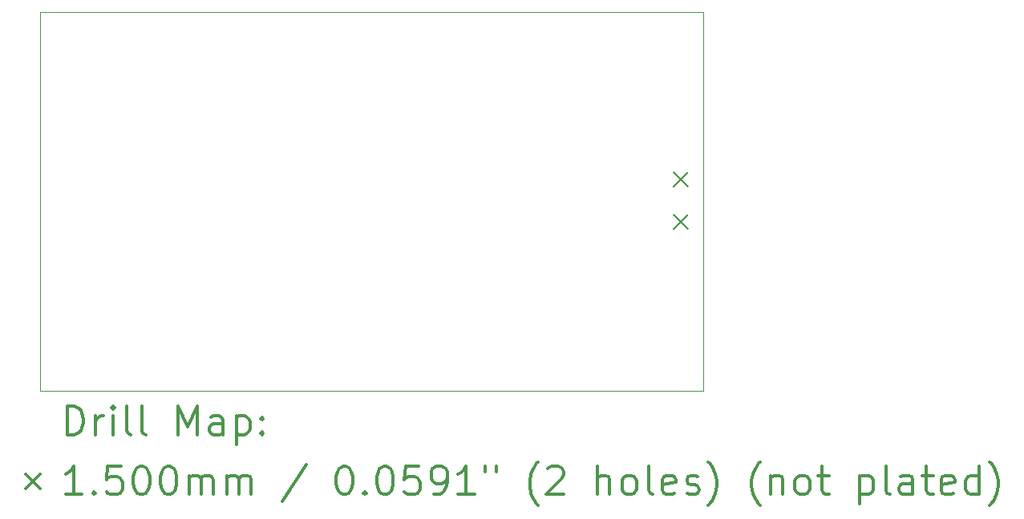
<source format=gbr>
%FSLAX45Y45*%
G04 Gerber Fmt 4.5, Leading zero omitted, Abs format (unit mm)*
G04 Created by KiCad (PCBNEW 5.1.10-88a1d61d58~88~ubuntu20.04.1) date 2021-05-09 22:43:31*
%MOMM*%
%LPD*%
G01*
G04 APERTURE LIST*
%TA.AperFunction,Profile*%
%ADD10C,0.050000*%
%TD*%
%ADD11C,0.200000*%
%ADD12C,0.300000*%
G04 APERTURE END LIST*
D10*
X18000000Y-8000000D02*
X11000000Y-8000000D01*
X18000000Y-12000000D02*
X18000000Y-8000000D01*
X11000000Y-12000000D02*
X18000000Y-12000000D01*
X11000000Y-8000000D02*
X11000000Y-12000000D01*
D11*
X17688000Y-9691000D02*
X17838000Y-9841000D01*
X17838000Y-9691000D02*
X17688000Y-9841000D01*
X17688000Y-10141000D02*
X17838000Y-10291000D01*
X17838000Y-10141000D02*
X17688000Y-10291000D01*
D12*
X11283928Y-12468214D02*
X11283928Y-12168214D01*
X11355357Y-12168214D01*
X11398214Y-12182500D01*
X11426786Y-12211071D01*
X11441071Y-12239643D01*
X11455357Y-12296786D01*
X11455357Y-12339643D01*
X11441071Y-12396786D01*
X11426786Y-12425357D01*
X11398214Y-12453929D01*
X11355357Y-12468214D01*
X11283928Y-12468214D01*
X11583928Y-12468214D02*
X11583928Y-12268214D01*
X11583928Y-12325357D02*
X11598214Y-12296786D01*
X11612500Y-12282500D01*
X11641071Y-12268214D01*
X11669643Y-12268214D01*
X11769643Y-12468214D02*
X11769643Y-12268214D01*
X11769643Y-12168214D02*
X11755357Y-12182500D01*
X11769643Y-12196786D01*
X11783928Y-12182500D01*
X11769643Y-12168214D01*
X11769643Y-12196786D01*
X11955357Y-12468214D02*
X11926786Y-12453929D01*
X11912500Y-12425357D01*
X11912500Y-12168214D01*
X12112500Y-12468214D02*
X12083928Y-12453929D01*
X12069643Y-12425357D01*
X12069643Y-12168214D01*
X12455357Y-12468214D02*
X12455357Y-12168214D01*
X12555357Y-12382500D01*
X12655357Y-12168214D01*
X12655357Y-12468214D01*
X12926786Y-12468214D02*
X12926786Y-12311071D01*
X12912500Y-12282500D01*
X12883928Y-12268214D01*
X12826786Y-12268214D01*
X12798214Y-12282500D01*
X12926786Y-12453929D02*
X12898214Y-12468214D01*
X12826786Y-12468214D01*
X12798214Y-12453929D01*
X12783928Y-12425357D01*
X12783928Y-12396786D01*
X12798214Y-12368214D01*
X12826786Y-12353929D01*
X12898214Y-12353929D01*
X12926786Y-12339643D01*
X13069643Y-12268214D02*
X13069643Y-12568214D01*
X13069643Y-12282500D02*
X13098214Y-12268214D01*
X13155357Y-12268214D01*
X13183928Y-12282500D01*
X13198214Y-12296786D01*
X13212500Y-12325357D01*
X13212500Y-12411071D01*
X13198214Y-12439643D01*
X13183928Y-12453929D01*
X13155357Y-12468214D01*
X13098214Y-12468214D01*
X13069643Y-12453929D01*
X13341071Y-12439643D02*
X13355357Y-12453929D01*
X13341071Y-12468214D01*
X13326786Y-12453929D01*
X13341071Y-12439643D01*
X13341071Y-12468214D01*
X13341071Y-12282500D02*
X13355357Y-12296786D01*
X13341071Y-12311071D01*
X13326786Y-12296786D01*
X13341071Y-12282500D01*
X13341071Y-12311071D01*
X10847500Y-12887500D02*
X10997500Y-13037500D01*
X10997500Y-12887500D02*
X10847500Y-13037500D01*
X11441071Y-13098214D02*
X11269643Y-13098214D01*
X11355357Y-13098214D02*
X11355357Y-12798214D01*
X11326786Y-12841071D01*
X11298214Y-12869643D01*
X11269643Y-12883929D01*
X11569643Y-13069643D02*
X11583928Y-13083929D01*
X11569643Y-13098214D01*
X11555357Y-13083929D01*
X11569643Y-13069643D01*
X11569643Y-13098214D01*
X11855357Y-12798214D02*
X11712500Y-12798214D01*
X11698214Y-12941071D01*
X11712500Y-12926786D01*
X11741071Y-12912500D01*
X11812500Y-12912500D01*
X11841071Y-12926786D01*
X11855357Y-12941071D01*
X11869643Y-12969643D01*
X11869643Y-13041071D01*
X11855357Y-13069643D01*
X11841071Y-13083929D01*
X11812500Y-13098214D01*
X11741071Y-13098214D01*
X11712500Y-13083929D01*
X11698214Y-13069643D01*
X12055357Y-12798214D02*
X12083928Y-12798214D01*
X12112500Y-12812500D01*
X12126786Y-12826786D01*
X12141071Y-12855357D01*
X12155357Y-12912500D01*
X12155357Y-12983929D01*
X12141071Y-13041071D01*
X12126786Y-13069643D01*
X12112500Y-13083929D01*
X12083928Y-13098214D01*
X12055357Y-13098214D01*
X12026786Y-13083929D01*
X12012500Y-13069643D01*
X11998214Y-13041071D01*
X11983928Y-12983929D01*
X11983928Y-12912500D01*
X11998214Y-12855357D01*
X12012500Y-12826786D01*
X12026786Y-12812500D01*
X12055357Y-12798214D01*
X12341071Y-12798214D02*
X12369643Y-12798214D01*
X12398214Y-12812500D01*
X12412500Y-12826786D01*
X12426786Y-12855357D01*
X12441071Y-12912500D01*
X12441071Y-12983929D01*
X12426786Y-13041071D01*
X12412500Y-13069643D01*
X12398214Y-13083929D01*
X12369643Y-13098214D01*
X12341071Y-13098214D01*
X12312500Y-13083929D01*
X12298214Y-13069643D01*
X12283928Y-13041071D01*
X12269643Y-12983929D01*
X12269643Y-12912500D01*
X12283928Y-12855357D01*
X12298214Y-12826786D01*
X12312500Y-12812500D01*
X12341071Y-12798214D01*
X12569643Y-13098214D02*
X12569643Y-12898214D01*
X12569643Y-12926786D02*
X12583928Y-12912500D01*
X12612500Y-12898214D01*
X12655357Y-12898214D01*
X12683928Y-12912500D01*
X12698214Y-12941071D01*
X12698214Y-13098214D01*
X12698214Y-12941071D02*
X12712500Y-12912500D01*
X12741071Y-12898214D01*
X12783928Y-12898214D01*
X12812500Y-12912500D01*
X12826786Y-12941071D01*
X12826786Y-13098214D01*
X12969643Y-13098214D02*
X12969643Y-12898214D01*
X12969643Y-12926786D02*
X12983928Y-12912500D01*
X13012500Y-12898214D01*
X13055357Y-12898214D01*
X13083928Y-12912500D01*
X13098214Y-12941071D01*
X13098214Y-13098214D01*
X13098214Y-12941071D02*
X13112500Y-12912500D01*
X13141071Y-12898214D01*
X13183928Y-12898214D01*
X13212500Y-12912500D01*
X13226786Y-12941071D01*
X13226786Y-13098214D01*
X13812500Y-12783929D02*
X13555357Y-13169643D01*
X14198214Y-12798214D02*
X14226786Y-12798214D01*
X14255357Y-12812500D01*
X14269643Y-12826786D01*
X14283928Y-12855357D01*
X14298214Y-12912500D01*
X14298214Y-12983929D01*
X14283928Y-13041071D01*
X14269643Y-13069643D01*
X14255357Y-13083929D01*
X14226786Y-13098214D01*
X14198214Y-13098214D01*
X14169643Y-13083929D01*
X14155357Y-13069643D01*
X14141071Y-13041071D01*
X14126786Y-12983929D01*
X14126786Y-12912500D01*
X14141071Y-12855357D01*
X14155357Y-12826786D01*
X14169643Y-12812500D01*
X14198214Y-12798214D01*
X14426786Y-13069643D02*
X14441071Y-13083929D01*
X14426786Y-13098214D01*
X14412500Y-13083929D01*
X14426786Y-13069643D01*
X14426786Y-13098214D01*
X14626786Y-12798214D02*
X14655357Y-12798214D01*
X14683928Y-12812500D01*
X14698214Y-12826786D01*
X14712500Y-12855357D01*
X14726786Y-12912500D01*
X14726786Y-12983929D01*
X14712500Y-13041071D01*
X14698214Y-13069643D01*
X14683928Y-13083929D01*
X14655357Y-13098214D01*
X14626786Y-13098214D01*
X14598214Y-13083929D01*
X14583928Y-13069643D01*
X14569643Y-13041071D01*
X14555357Y-12983929D01*
X14555357Y-12912500D01*
X14569643Y-12855357D01*
X14583928Y-12826786D01*
X14598214Y-12812500D01*
X14626786Y-12798214D01*
X14998214Y-12798214D02*
X14855357Y-12798214D01*
X14841071Y-12941071D01*
X14855357Y-12926786D01*
X14883928Y-12912500D01*
X14955357Y-12912500D01*
X14983928Y-12926786D01*
X14998214Y-12941071D01*
X15012500Y-12969643D01*
X15012500Y-13041071D01*
X14998214Y-13069643D01*
X14983928Y-13083929D01*
X14955357Y-13098214D01*
X14883928Y-13098214D01*
X14855357Y-13083929D01*
X14841071Y-13069643D01*
X15155357Y-13098214D02*
X15212500Y-13098214D01*
X15241071Y-13083929D01*
X15255357Y-13069643D01*
X15283928Y-13026786D01*
X15298214Y-12969643D01*
X15298214Y-12855357D01*
X15283928Y-12826786D01*
X15269643Y-12812500D01*
X15241071Y-12798214D01*
X15183928Y-12798214D01*
X15155357Y-12812500D01*
X15141071Y-12826786D01*
X15126786Y-12855357D01*
X15126786Y-12926786D01*
X15141071Y-12955357D01*
X15155357Y-12969643D01*
X15183928Y-12983929D01*
X15241071Y-12983929D01*
X15269643Y-12969643D01*
X15283928Y-12955357D01*
X15298214Y-12926786D01*
X15583928Y-13098214D02*
X15412500Y-13098214D01*
X15498214Y-13098214D02*
X15498214Y-12798214D01*
X15469643Y-12841071D01*
X15441071Y-12869643D01*
X15412500Y-12883929D01*
X15698214Y-12798214D02*
X15698214Y-12855357D01*
X15812500Y-12798214D02*
X15812500Y-12855357D01*
X16255357Y-13212500D02*
X16241071Y-13198214D01*
X16212500Y-13155357D01*
X16198214Y-13126786D01*
X16183928Y-13083929D01*
X16169643Y-13012500D01*
X16169643Y-12955357D01*
X16183928Y-12883929D01*
X16198214Y-12841071D01*
X16212500Y-12812500D01*
X16241071Y-12769643D01*
X16255357Y-12755357D01*
X16355357Y-12826786D02*
X16369643Y-12812500D01*
X16398214Y-12798214D01*
X16469643Y-12798214D01*
X16498214Y-12812500D01*
X16512500Y-12826786D01*
X16526786Y-12855357D01*
X16526786Y-12883929D01*
X16512500Y-12926786D01*
X16341071Y-13098214D01*
X16526786Y-13098214D01*
X16883928Y-13098214D02*
X16883928Y-12798214D01*
X17012500Y-13098214D02*
X17012500Y-12941071D01*
X16998214Y-12912500D01*
X16969643Y-12898214D01*
X16926786Y-12898214D01*
X16898214Y-12912500D01*
X16883928Y-12926786D01*
X17198214Y-13098214D02*
X17169643Y-13083929D01*
X17155357Y-13069643D01*
X17141071Y-13041071D01*
X17141071Y-12955357D01*
X17155357Y-12926786D01*
X17169643Y-12912500D01*
X17198214Y-12898214D01*
X17241071Y-12898214D01*
X17269643Y-12912500D01*
X17283928Y-12926786D01*
X17298214Y-12955357D01*
X17298214Y-13041071D01*
X17283928Y-13069643D01*
X17269643Y-13083929D01*
X17241071Y-13098214D01*
X17198214Y-13098214D01*
X17469643Y-13098214D02*
X17441071Y-13083929D01*
X17426786Y-13055357D01*
X17426786Y-12798214D01*
X17698214Y-13083929D02*
X17669643Y-13098214D01*
X17612500Y-13098214D01*
X17583928Y-13083929D01*
X17569643Y-13055357D01*
X17569643Y-12941071D01*
X17583928Y-12912500D01*
X17612500Y-12898214D01*
X17669643Y-12898214D01*
X17698214Y-12912500D01*
X17712500Y-12941071D01*
X17712500Y-12969643D01*
X17569643Y-12998214D01*
X17826786Y-13083929D02*
X17855357Y-13098214D01*
X17912500Y-13098214D01*
X17941071Y-13083929D01*
X17955357Y-13055357D01*
X17955357Y-13041071D01*
X17941071Y-13012500D01*
X17912500Y-12998214D01*
X17869643Y-12998214D01*
X17841071Y-12983929D01*
X17826786Y-12955357D01*
X17826786Y-12941071D01*
X17841071Y-12912500D01*
X17869643Y-12898214D01*
X17912500Y-12898214D01*
X17941071Y-12912500D01*
X18055357Y-13212500D02*
X18069643Y-13198214D01*
X18098214Y-13155357D01*
X18112500Y-13126786D01*
X18126786Y-13083929D01*
X18141071Y-13012500D01*
X18141071Y-12955357D01*
X18126786Y-12883929D01*
X18112500Y-12841071D01*
X18098214Y-12812500D01*
X18069643Y-12769643D01*
X18055357Y-12755357D01*
X18598214Y-13212500D02*
X18583928Y-13198214D01*
X18555357Y-13155357D01*
X18541071Y-13126786D01*
X18526786Y-13083929D01*
X18512500Y-13012500D01*
X18512500Y-12955357D01*
X18526786Y-12883929D01*
X18541071Y-12841071D01*
X18555357Y-12812500D01*
X18583928Y-12769643D01*
X18598214Y-12755357D01*
X18712500Y-12898214D02*
X18712500Y-13098214D01*
X18712500Y-12926786D02*
X18726786Y-12912500D01*
X18755357Y-12898214D01*
X18798214Y-12898214D01*
X18826786Y-12912500D01*
X18841071Y-12941071D01*
X18841071Y-13098214D01*
X19026786Y-13098214D02*
X18998214Y-13083929D01*
X18983928Y-13069643D01*
X18969643Y-13041071D01*
X18969643Y-12955357D01*
X18983928Y-12926786D01*
X18998214Y-12912500D01*
X19026786Y-12898214D01*
X19069643Y-12898214D01*
X19098214Y-12912500D01*
X19112500Y-12926786D01*
X19126786Y-12955357D01*
X19126786Y-13041071D01*
X19112500Y-13069643D01*
X19098214Y-13083929D01*
X19069643Y-13098214D01*
X19026786Y-13098214D01*
X19212500Y-12898214D02*
X19326786Y-12898214D01*
X19255357Y-12798214D02*
X19255357Y-13055357D01*
X19269643Y-13083929D01*
X19298214Y-13098214D01*
X19326786Y-13098214D01*
X19655357Y-12898214D02*
X19655357Y-13198214D01*
X19655357Y-12912500D02*
X19683928Y-12898214D01*
X19741071Y-12898214D01*
X19769643Y-12912500D01*
X19783928Y-12926786D01*
X19798214Y-12955357D01*
X19798214Y-13041071D01*
X19783928Y-13069643D01*
X19769643Y-13083929D01*
X19741071Y-13098214D01*
X19683928Y-13098214D01*
X19655357Y-13083929D01*
X19969643Y-13098214D02*
X19941071Y-13083929D01*
X19926786Y-13055357D01*
X19926786Y-12798214D01*
X20212500Y-13098214D02*
X20212500Y-12941071D01*
X20198214Y-12912500D01*
X20169643Y-12898214D01*
X20112500Y-12898214D01*
X20083928Y-12912500D01*
X20212500Y-13083929D02*
X20183928Y-13098214D01*
X20112500Y-13098214D01*
X20083928Y-13083929D01*
X20069643Y-13055357D01*
X20069643Y-13026786D01*
X20083928Y-12998214D01*
X20112500Y-12983929D01*
X20183928Y-12983929D01*
X20212500Y-12969643D01*
X20312500Y-12898214D02*
X20426786Y-12898214D01*
X20355357Y-12798214D02*
X20355357Y-13055357D01*
X20369643Y-13083929D01*
X20398214Y-13098214D01*
X20426786Y-13098214D01*
X20641071Y-13083929D02*
X20612500Y-13098214D01*
X20555357Y-13098214D01*
X20526786Y-13083929D01*
X20512500Y-13055357D01*
X20512500Y-12941071D01*
X20526786Y-12912500D01*
X20555357Y-12898214D01*
X20612500Y-12898214D01*
X20641071Y-12912500D01*
X20655357Y-12941071D01*
X20655357Y-12969643D01*
X20512500Y-12998214D01*
X20912500Y-13098214D02*
X20912500Y-12798214D01*
X20912500Y-13083929D02*
X20883928Y-13098214D01*
X20826786Y-13098214D01*
X20798214Y-13083929D01*
X20783928Y-13069643D01*
X20769643Y-13041071D01*
X20769643Y-12955357D01*
X20783928Y-12926786D01*
X20798214Y-12912500D01*
X20826786Y-12898214D01*
X20883928Y-12898214D01*
X20912500Y-12912500D01*
X21026786Y-13212500D02*
X21041071Y-13198214D01*
X21069643Y-13155357D01*
X21083928Y-13126786D01*
X21098214Y-13083929D01*
X21112500Y-13012500D01*
X21112500Y-12955357D01*
X21098214Y-12883929D01*
X21083928Y-12841071D01*
X21069643Y-12812500D01*
X21041071Y-12769643D01*
X21026786Y-12755357D01*
M02*

</source>
